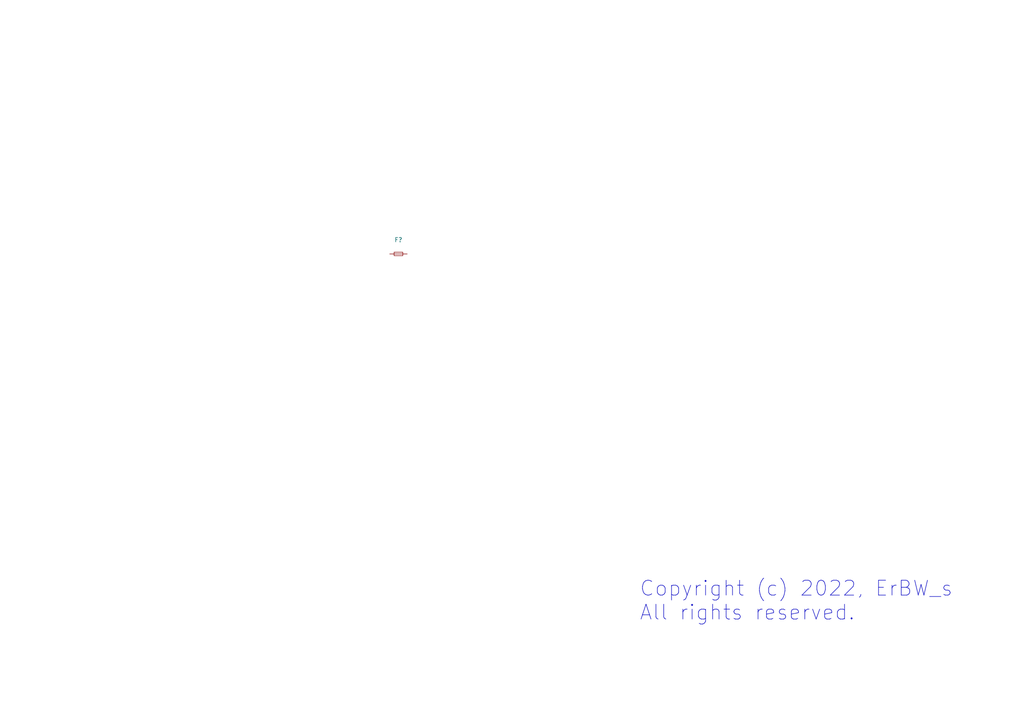
<source format=kicad_sch>
(kicad_sch (version 20211123) (generator eeschema)
  (paper "A4")
  (lib_symbols
    (symbol "Device:Fuse_Small" (pin_numbers hide) (pin_names (offset 0.254) hide)
      (property "Reference" "F" (at 0 -1.524 0))
      (property "Value" "Fuse_Small" (at 0 1.524 0))
      (symbol "Fuse_Small_0_1"
        (rectangle (start -1.27 0.508) (end 1.27 -0.508))
        (polyline (pts (xy -1.27 0) (xy 1.27 0)))
      )
      (symbol "Fuse_Small_1_1"
        (pin passive line (at -2.54 0 0) (length 1.27) (name "~") (number "1"))
        (pin passive line (at 2.54 0 180) (length 1.27) (name "~") (number "2"))
      )
    )
  )
  (text "Copyright (c) 2022, ErBW_s\nAll rights reserved." (at 185.42 180.34 0) (effects (font (size 4.318 4.318)) (justify left bottom)))
  (symbol (lib_id "Device:Fuse_Small") (at 115.57 73.66 0) (unit 1)
    (property "Reference" "F?" (at 115.57 69.5792 0))
  )
)
</source>
